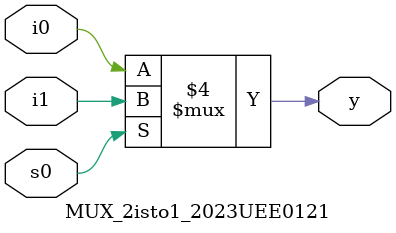
<source format=v>
`timescale 1ns / 1ps


module MUX_2isto1_2023UEE0121(
input i0, input i1, input s0,
output reg y
);
always @(*) // Behavorial Level code
if (s0==0)
begin
y=i0; end
else
begin
y=i1; end
endmodule


</source>
